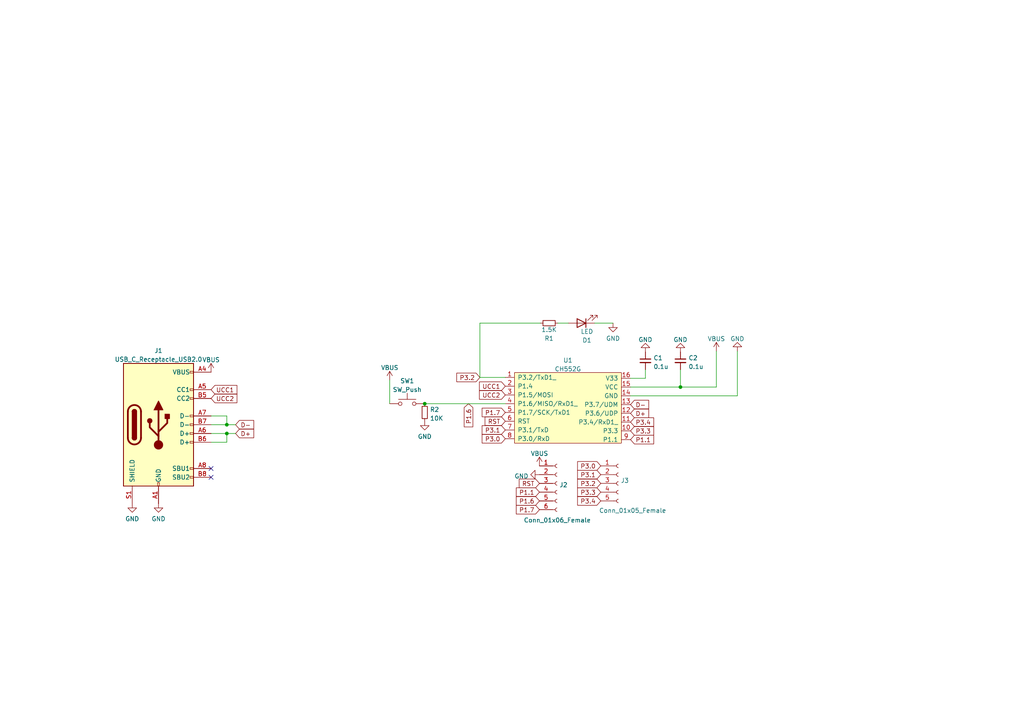
<source format=kicad_sch>
(kicad_sch (version 20211123) (generator eeschema)

  (uuid e63e39d7-6ac0-4ffd-8aa3-1841a4541b55)

  (paper "A4")

  (lib_symbols
    (symbol "CH55X:CH552G" (pin_names (offset 1.016)) (in_bom yes) (on_board yes)
      (property "Reference" "U" (id 0) (at 0 -1.27 0)
        (effects (font (size 1.27 1.27)))
      )
      (property "Value" "CH552G" (id 1) (at -5.08 -1.27 0)
        (effects (font (size 1.27 1.27)))
      )
      (property "Footprint" "Package_SO:SOIC-16_4.55x10.3mm_P1.27mm" (id 2) (at 0 -1.27 0)
        (effects (font (size 1.27 1.27)) hide)
      )
      (property "Datasheet" "" (id 3) (at 0 -1.27 0)
        (effects (font (size 1.27 1.27)) hide)
      )
      (symbol "CH552G_0_1"
        (rectangle (start -4.953 20.447) (end 26.035 0)
          (stroke (width 0) (type default) (color 0 0 0 0))
          (fill (type background))
        )
      )
      (symbol "CH552G_1_1"
        (pin bidirectional line (at -7.62 19.05 0) (length 2.54)
          (name "P3.2/TxD1_" (effects (font (size 1.27 1.27))))
          (number "1" (effects (font (size 1.27 1.27))))
        )
        (pin bidirectional line (at 28.702 3.556 180) (length 2.54)
          (name "P3.3" (effects (font (size 1.27 1.27))))
          (number "10" (effects (font (size 1.27 1.27))))
        )
        (pin bidirectional line (at 28.702 6.096 180) (length 2.54)
          (name "P3.4/RxD1_" (effects (font (size 1.27 1.27))))
          (number "11" (effects (font (size 1.27 1.27))))
        )
        (pin input line (at 28.702 8.636 180) (length 2.54)
          (name "P3.6/UDP" (effects (font (size 1.27 1.27))))
          (number "12" (effects (font (size 1.27 1.27))))
        )
        (pin input line (at 28.702 11.176 180) (length 2.54)
          (name "P3.7/UDM" (effects (font (size 1.27 1.27))))
          (number "13" (effects (font (size 1.27 1.27))))
        )
        (pin power_out line (at 28.702 13.716 180) (length 2.54)
          (name "GND" (effects (font (size 1.27 1.27))))
          (number "14" (effects (font (size 1.27 1.27))))
        )
        (pin power_in line (at 28.702 16.256 180) (length 2.54)
          (name "VCC" (effects (font (size 1.27 1.27))))
          (number "15" (effects (font (size 1.27 1.27))))
        )
        (pin power_in line (at 28.702 18.796 180) (length 2.54)
          (name "V33" (effects (font (size 1.27 1.27))))
          (number "16" (effects (font (size 1.27 1.27))))
        )
        (pin bidirectional line (at -7.62 16.51 0) (length 2.54)
          (name "P1.4" (effects (font (size 1.27 1.27))))
          (number "2" (effects (font (size 1.27 1.27))))
        )
        (pin bidirectional line (at -7.62 13.97 0) (length 2.54)
          (name "P1.5/MOSI" (effects (font (size 1.27 1.27))))
          (number "3" (effects (font (size 1.27 1.27))))
        )
        (pin bidirectional line (at -7.62 11.43 0) (length 2.54)
          (name "P1.6/MISO/RxD1_" (effects (font (size 1.27 1.27))))
          (number "4" (effects (font (size 1.27 1.27))))
        )
        (pin bidirectional line (at -7.62 8.89 0) (length 2.54)
          (name "P1.7/SCK/TxD1" (effects (font (size 1.27 1.27))))
          (number "5" (effects (font (size 1.27 1.27))))
        )
        (pin input line (at -7.62 6.35 0) (length 2.54)
          (name "RST" (effects (font (size 1.27 1.27))))
          (number "6" (effects (font (size 1.27 1.27))))
        )
        (pin bidirectional line (at -7.62 3.81 0) (length 2.54)
          (name "P3.1/TxD" (effects (font (size 1.27 1.27))))
          (number "7" (effects (font (size 1.27 1.27))))
        )
        (pin bidirectional line (at -7.62 1.27 0) (length 2.54)
          (name "P3.0/RxD" (effects (font (size 1.27 1.27))))
          (number "8" (effects (font (size 1.27 1.27))))
        )
        (pin bidirectional line (at 28.702 1.016 180) (length 2.54)
          (name "P1.1" (effects (font (size 1.27 1.27))))
          (number "9" (effects (font (size 1.27 1.27))))
        )
      )
    )
    (symbol "Connector:Conn_01x05_Female" (pin_names (offset 1.016) hide) (in_bom yes) (on_board yes)
      (property "Reference" "J" (id 0) (at 0 7.62 0)
        (effects (font (size 1.27 1.27)))
      )
      (property "Value" "Conn_01x05_Female" (id 1) (at 0 -7.62 0)
        (effects (font (size 1.27 1.27)))
      )
      (property "Footprint" "" (id 2) (at 0 0 0)
        (effects (font (size 1.27 1.27)) hide)
      )
      (property "Datasheet" "~" (id 3) (at 0 0 0)
        (effects (font (size 1.27 1.27)) hide)
      )
      (property "ki_keywords" "connector" (id 4) (at 0 0 0)
        (effects (font (size 1.27 1.27)) hide)
      )
      (property "ki_description" "Generic connector, single row, 01x05, script generated (kicad-library-utils/schlib/autogen/connector/)" (id 5) (at 0 0 0)
        (effects (font (size 1.27 1.27)) hide)
      )
      (property "ki_fp_filters" "Connector*:*_1x??_*" (id 6) (at 0 0 0)
        (effects (font (size 1.27 1.27)) hide)
      )
      (symbol "Conn_01x05_Female_1_1"
        (arc (start 0 -4.572) (mid -0.508 -5.08) (end 0 -5.588)
          (stroke (width 0.1524) (type default) (color 0 0 0 0))
          (fill (type none))
        )
        (arc (start 0 -2.032) (mid -0.508 -2.54) (end 0 -3.048)
          (stroke (width 0.1524) (type default) (color 0 0 0 0))
          (fill (type none))
        )
        (polyline
          (pts
            (xy -1.27 -5.08)
            (xy -0.508 -5.08)
          )
          (stroke (width 0.1524) (type default) (color 0 0 0 0))
          (fill (type none))
        )
        (polyline
          (pts
            (xy -1.27 -2.54)
            (xy -0.508 -2.54)
          )
          (stroke (width 0.1524) (type default) (color 0 0 0 0))
          (fill (type none))
        )
        (polyline
          (pts
            (xy -1.27 0)
            (xy -0.508 0)
          )
          (stroke (width 0.1524) (type default) (color 0 0 0 0))
          (fill (type none))
        )
        (polyline
          (pts
            (xy -1.27 2.54)
            (xy -0.508 2.54)
          )
          (stroke (width 0.1524) (type default) (color 0 0 0 0))
          (fill (type none))
        )
        (polyline
          (pts
            (xy -1.27 5.08)
            (xy -0.508 5.08)
          )
          (stroke (width 0.1524) (type default) (color 0 0 0 0))
          (fill (type none))
        )
        (arc (start 0 0.508) (mid -0.508 0) (end 0 -0.508)
          (stroke (width 0.1524) (type default) (color 0 0 0 0))
          (fill (type none))
        )
        (arc (start 0 3.048) (mid -0.508 2.54) (end 0 2.032)
          (stroke (width 0.1524) (type default) (color 0 0 0 0))
          (fill (type none))
        )
        (arc (start 0 5.588) (mid -0.508 5.08) (end 0 4.572)
          (stroke (width 0.1524) (type default) (color 0 0 0 0))
          (fill (type none))
        )
        (pin passive line (at -5.08 5.08 0) (length 3.81)
          (name "Pin_1" (effects (font (size 1.27 1.27))))
          (number "1" (effects (font (size 1.27 1.27))))
        )
        (pin passive line (at -5.08 2.54 0) (length 3.81)
          (name "Pin_2" (effects (font (size 1.27 1.27))))
          (number "2" (effects (font (size 1.27 1.27))))
        )
        (pin passive line (at -5.08 0 0) (length 3.81)
          (name "Pin_3" (effects (font (size 1.27 1.27))))
          (number "3" (effects (font (size 1.27 1.27))))
        )
        (pin passive line (at -5.08 -2.54 0) (length 3.81)
          (name "Pin_4" (effects (font (size 1.27 1.27))))
          (number "4" (effects (font (size 1.27 1.27))))
        )
        (pin passive line (at -5.08 -5.08 0) (length 3.81)
          (name "Pin_5" (effects (font (size 1.27 1.27))))
          (number "5" (effects (font (size 1.27 1.27))))
        )
      )
    )
    (symbol "Connector:Conn_01x06_Female" (pin_names (offset 1.016) hide) (in_bom yes) (on_board yes)
      (property "Reference" "J" (id 0) (at 0 7.62 0)
        (effects (font (size 1.27 1.27)))
      )
      (property "Value" "Conn_01x06_Female" (id 1) (at 0 -10.16 0)
        (effects (font (size 1.27 1.27)))
      )
      (property "Footprint" "" (id 2) (at 0 0 0)
        (effects (font (size 1.27 1.27)) hide)
      )
      (property "Datasheet" "~" (id 3) (at 0 0 0)
        (effects (font (size 1.27 1.27)) hide)
      )
      (property "ki_keywords" "connector" (id 4) (at 0 0 0)
        (effects (font (size 1.27 1.27)) hide)
      )
      (property "ki_description" "Generic connector, single row, 01x06, script generated (kicad-library-utils/schlib/autogen/connector/)" (id 5) (at 0 0 0)
        (effects (font (size 1.27 1.27)) hide)
      )
      (property "ki_fp_filters" "Connector*:*_1x??_*" (id 6) (at 0 0 0)
        (effects (font (size 1.27 1.27)) hide)
      )
      (symbol "Conn_01x06_Female_1_1"
        (arc (start 0 -7.112) (mid -0.508 -7.62) (end 0 -8.128)
          (stroke (width 0.1524) (type default) (color 0 0 0 0))
          (fill (type none))
        )
        (arc (start 0 -4.572) (mid -0.508 -5.08) (end 0 -5.588)
          (stroke (width 0.1524) (type default) (color 0 0 0 0))
          (fill (type none))
        )
        (arc (start 0 -2.032) (mid -0.508 -2.54) (end 0 -3.048)
          (stroke (width 0.1524) (type default) (color 0 0 0 0))
          (fill (type none))
        )
        (polyline
          (pts
            (xy -1.27 -7.62)
            (xy -0.508 -7.62)
          )
          (stroke (width 0.1524) (type default) (color 0 0 0 0))
          (fill (type none))
        )
        (polyline
          (pts
            (xy -1.27 -5.08)
            (xy -0.508 -5.08)
          )
          (stroke (width 0.1524) (type default) (color 0 0 0 0))
          (fill (type none))
        )
        (polyline
          (pts
            (xy -1.27 -2.54)
            (xy -0.508 -2.54)
          )
          (stroke (width 0.1524) (type default) (color 0 0 0 0))
          (fill (type none))
        )
        (polyline
          (pts
            (xy -1.27 0)
            (xy -0.508 0)
          )
          (stroke (width 0.1524) (type default) (color 0 0 0 0))
          (fill (type none))
        )
        (polyline
          (pts
            (xy -1.27 2.54)
            (xy -0.508 2.54)
          )
          (stroke (width 0.1524) (type default) (color 0 0 0 0))
          (fill (type none))
        )
        (polyline
          (pts
            (xy -1.27 5.08)
            (xy -0.508 5.08)
          )
          (stroke (width 0.1524) (type default) (color 0 0 0 0))
          (fill (type none))
        )
        (arc (start 0 0.508) (mid -0.508 0) (end 0 -0.508)
          (stroke (width 0.1524) (type default) (color 0 0 0 0))
          (fill (type none))
        )
        (arc (start 0 3.048) (mid -0.508 2.54) (end 0 2.032)
          (stroke (width 0.1524) (type default) (color 0 0 0 0))
          (fill (type none))
        )
        (arc (start 0 5.588) (mid -0.508 5.08) (end 0 4.572)
          (stroke (width 0.1524) (type default) (color 0 0 0 0))
          (fill (type none))
        )
        (pin passive line (at -5.08 5.08 0) (length 3.81)
          (name "Pin_1" (effects (font (size 1.27 1.27))))
          (number "1" (effects (font (size 1.27 1.27))))
        )
        (pin passive line (at -5.08 2.54 0) (length 3.81)
          (name "Pin_2" (effects (font (size 1.27 1.27))))
          (number "2" (effects (font (size 1.27 1.27))))
        )
        (pin passive line (at -5.08 0 0) (length 3.81)
          (name "Pin_3" (effects (font (size 1.27 1.27))))
          (number "3" (effects (font (size 1.27 1.27))))
        )
        (pin passive line (at -5.08 -2.54 0) (length 3.81)
          (name "Pin_4" (effects (font (size 1.27 1.27))))
          (number "4" (effects (font (size 1.27 1.27))))
        )
        (pin passive line (at -5.08 -5.08 0) (length 3.81)
          (name "Pin_5" (effects (font (size 1.27 1.27))))
          (number "5" (effects (font (size 1.27 1.27))))
        )
        (pin passive line (at -5.08 -7.62 0) (length 3.81)
          (name "Pin_6" (effects (font (size 1.27 1.27))))
          (number "6" (effects (font (size 1.27 1.27))))
        )
      )
    )
    (symbol "Connector:USB_C_Receptacle_USB2.0" (pin_names (offset 1.016)) (in_bom yes) (on_board yes)
      (property "Reference" "J" (id 0) (at -10.16 19.05 0)
        (effects (font (size 1.27 1.27)) (justify left))
      )
      (property "Value" "USB_C_Receptacle_USB2.0" (id 1) (at 19.05 19.05 0)
        (effects (font (size 1.27 1.27)) (justify right))
      )
      (property "Footprint" "" (id 2) (at 3.81 0 0)
        (effects (font (size 1.27 1.27)) hide)
      )
      (property "Datasheet" "https://www.usb.org/sites/default/files/documents/usb_type-c.zip" (id 3) (at 3.81 0 0)
        (effects (font (size 1.27 1.27)) hide)
      )
      (property "ki_keywords" "usb universal serial bus type-C USB2.0" (id 4) (at 0 0 0)
        (effects (font (size 1.27 1.27)) hide)
      )
      (property "ki_description" "USB 2.0-only Type-C Receptacle connector" (id 5) (at 0 0 0)
        (effects (font (size 1.27 1.27)) hide)
      )
      (property "ki_fp_filters" "USB*C*Receptacle*" (id 6) (at 0 0 0)
        (effects (font (size 1.27 1.27)) hide)
      )
      (symbol "USB_C_Receptacle_USB2.0_0_0"
        (rectangle (start -0.254 -17.78) (end 0.254 -16.764)
          (stroke (width 0) (type default) (color 0 0 0 0))
          (fill (type none))
        )
        (rectangle (start 10.16 -14.986) (end 9.144 -15.494)
          (stroke (width 0) (type default) (color 0 0 0 0))
          (fill (type none))
        )
        (rectangle (start 10.16 -12.446) (end 9.144 -12.954)
          (stroke (width 0) (type default) (color 0 0 0 0))
          (fill (type none))
        )
        (rectangle (start 10.16 -4.826) (end 9.144 -5.334)
          (stroke (width 0) (type default) (color 0 0 0 0))
          (fill (type none))
        )
        (rectangle (start 10.16 -2.286) (end 9.144 -2.794)
          (stroke (width 0) (type default) (color 0 0 0 0))
          (fill (type none))
        )
        (rectangle (start 10.16 0.254) (end 9.144 -0.254)
          (stroke (width 0) (type default) (color 0 0 0 0))
          (fill (type none))
        )
        (rectangle (start 10.16 2.794) (end 9.144 2.286)
          (stroke (width 0) (type default) (color 0 0 0 0))
          (fill (type none))
        )
        (rectangle (start 10.16 7.874) (end 9.144 7.366)
          (stroke (width 0) (type default) (color 0 0 0 0))
          (fill (type none))
        )
        (rectangle (start 10.16 10.414) (end 9.144 9.906)
          (stroke (width 0) (type default) (color 0 0 0 0))
          (fill (type none))
        )
        (rectangle (start 10.16 15.494) (end 9.144 14.986)
          (stroke (width 0) (type default) (color 0 0 0 0))
          (fill (type none))
        )
      )
      (symbol "USB_C_Receptacle_USB2.0_0_1"
        (rectangle (start -10.16 17.78) (end 10.16 -17.78)
          (stroke (width 0.254) (type default) (color 0 0 0 0))
          (fill (type background))
        )
        (arc (start -8.89 -3.81) (mid -6.985 -5.715) (end -5.08 -3.81)
          (stroke (width 0.508) (type default) (color 0 0 0 0))
          (fill (type none))
        )
        (arc (start -7.62 -3.81) (mid -6.985 -4.445) (end -6.35 -3.81)
          (stroke (width 0.254) (type default) (color 0 0 0 0))
          (fill (type none))
        )
        (arc (start -7.62 -3.81) (mid -6.985 -4.445) (end -6.35 -3.81)
          (stroke (width 0.254) (type default) (color 0 0 0 0))
          (fill (type outline))
        )
        (rectangle (start -7.62 -3.81) (end -6.35 3.81)
          (stroke (width 0.254) (type default) (color 0 0 0 0))
          (fill (type outline))
        )
        (arc (start -6.35 3.81) (mid -6.985 4.445) (end -7.62 3.81)
          (stroke (width 0.254) (type default) (color 0 0 0 0))
          (fill (type none))
        )
        (arc (start -6.35 3.81) (mid -6.985 4.445) (end -7.62 3.81)
          (stroke (width 0.254) (type default) (color 0 0 0 0))
          (fill (type outline))
        )
        (arc (start -5.08 3.81) (mid -6.985 5.715) (end -8.89 3.81)
          (stroke (width 0.508) (type default) (color 0 0 0 0))
          (fill (type none))
        )
        (circle (center -2.54 1.143) (radius 0.635)
          (stroke (width 0.254) (type default) (color 0 0 0 0))
          (fill (type outline))
        )
        (circle (center 0 -5.842) (radius 1.27)
          (stroke (width 0) (type default) (color 0 0 0 0))
          (fill (type outline))
        )
        (polyline
          (pts
            (xy -8.89 -3.81)
            (xy -8.89 3.81)
          )
          (stroke (width 0.508) (type default) (color 0 0 0 0))
          (fill (type none))
        )
        (polyline
          (pts
            (xy -5.08 3.81)
            (xy -5.08 -3.81)
          )
          (stroke (width 0.508) (type default) (color 0 0 0 0))
          (fill (type none))
        )
        (polyline
          (pts
            (xy 0 -5.842)
            (xy 0 4.318)
          )
          (stroke (width 0.508) (type default) (color 0 0 0 0))
          (fill (type none))
        )
        (polyline
          (pts
            (xy 0 -3.302)
            (xy -2.54 -0.762)
            (xy -2.54 0.508)
          )
          (stroke (width 0.508) (type default) (color 0 0 0 0))
          (fill (type none))
        )
        (polyline
          (pts
            (xy 0 -2.032)
            (xy 2.54 0.508)
            (xy 2.54 1.778)
          )
          (stroke (width 0.508) (type default) (color 0 0 0 0))
          (fill (type none))
        )
        (polyline
          (pts
            (xy -1.27 4.318)
            (xy 0 6.858)
            (xy 1.27 4.318)
            (xy -1.27 4.318)
          )
          (stroke (width 0.254) (type default) (color 0 0 0 0))
          (fill (type outline))
        )
        (rectangle (start 1.905 1.778) (end 3.175 3.048)
          (stroke (width 0.254) (type default) (color 0 0 0 0))
          (fill (type outline))
        )
      )
      (symbol "USB_C_Receptacle_USB2.0_1_1"
        (pin passive line (at 0 -22.86 90) (length 5.08)
          (name "GND" (effects (font (size 1.27 1.27))))
          (number "A1" (effects (font (size 1.27 1.27))))
        )
        (pin passive line (at 0 -22.86 90) (length 5.08) hide
          (name "GND" (effects (font (size 1.27 1.27))))
          (number "A12" (effects (font (size 1.27 1.27))))
        )
        (pin passive line (at 15.24 15.24 180) (length 5.08)
          (name "VBUS" (effects (font (size 1.27 1.27))))
          (number "A4" (effects (font (size 1.27 1.27))))
        )
        (pin bidirectional line (at 15.24 10.16 180) (length 5.08)
          (name "CC1" (effects (font (size 1.27 1.27))))
          (number "A5" (effects (font (size 1.27 1.27))))
        )
        (pin bidirectional line (at 15.24 -2.54 180) (length 5.08)
          (name "D+" (effects (font (size 1.27 1.27))))
          (number "A6" (effects (font (size 1.27 1.27))))
        )
        (pin bidirectional line (at 15.24 2.54 180) (length 5.08)
          (name "D-" (effects (font (size 1.27 1.27))))
          (number "A7" (effects (font (size 1.27 1.27))))
        )
        (pin bidirectional line (at 15.24 -12.7 180) (length 5.08)
          (name "SBU1" (effects (font (size 1.27 1.27))))
          (number "A8" (effects (font (size 1.27 1.27))))
        )
        (pin passive line (at 15.24 15.24 180) (length 5.08) hide
          (name "VBUS" (effects (font (size 1.27 1.27))))
          (number "A9" (effects (font (size 1.27 1.27))))
        )
        (pin passive line (at 0 -22.86 90) (length 5.08) hide
          (name "GND" (effects (font (size 1.27 1.27))))
          (number "B1" (effects (font (size 1.27 1.27))))
        )
        (pin passive line (at 0 -22.86 90) (length 5.08) hide
          (name "GND" (effects (font (size 1.27 1.27))))
          (number "B12" (effects (font (size 1.27 1.27))))
        )
        (pin passive line (at 15.24 15.24 180) (length 5.08) hide
          (name "VBUS" (effects (font (size 1.27 1.27))))
          (number "B4" (effects (font (size 1.27 1.27))))
        )
        (pin bidirectional line (at 15.24 7.62 180) (length 5.08)
          (name "CC2" (effects (font (size 1.27 1.27))))
          (number "B5" (effects (font (size 1.27 1.27))))
        )
        (pin bidirectional line (at 15.24 -5.08 180) (length 5.08)
          (name "D+" (effects (font (size 1.27 1.27))))
          (number "B6" (effects (font (size 1.27 1.27))))
        )
        (pin bidirectional line (at 15.24 0 180) (length 5.08)
          (name "D-" (effects (font (size 1.27 1.27))))
          (number "B7" (effects (font (size 1.27 1.27))))
        )
        (pin bidirectional line (at 15.24 -15.24 180) (length 5.08)
          (name "SBU2" (effects (font (size 1.27 1.27))))
          (number "B8" (effects (font (size 1.27 1.27))))
        )
        (pin passive line (at 15.24 15.24 180) (length 5.08) hide
          (name "VBUS" (effects (font (size 1.27 1.27))))
          (number "B9" (effects (font (size 1.27 1.27))))
        )
        (pin passive line (at -7.62 -22.86 90) (length 5.08)
          (name "SHIELD" (effects (font (size 1.27 1.27))))
          (number "S1" (effects (font (size 1.27 1.27))))
        )
      )
    )
    (symbol "Device:C_Small" (pin_numbers hide) (pin_names (offset 0.254) hide) (in_bom yes) (on_board yes)
      (property "Reference" "C" (id 0) (at 0.254 1.778 0)
        (effects (font (size 1.27 1.27)) (justify left))
      )
      (property "Value" "C_Small" (id 1) (at 0.254 -2.032 0)
        (effects (font (size 1.27 1.27)) (justify left))
      )
      (property "Footprint" "" (id 2) (at 0 0 0)
        (effects (font (size 1.27 1.27)) hide)
      )
      (property "Datasheet" "~" (id 3) (at 0 0 0)
        (effects (font (size 1.27 1.27)) hide)
      )
      (property "ki_keywords" "capacitor cap" (id 4) (at 0 0 0)
        (effects (font (size 1.27 1.27)) hide)
      )
      (property "ki_description" "Unpolarized capacitor, small symbol" (id 5) (at 0 0 0)
        (effects (font (size 1.27 1.27)) hide)
      )
      (property "ki_fp_filters" "C_*" (id 6) (at 0 0 0)
        (effects (font (size 1.27 1.27)) hide)
      )
      (symbol "C_Small_0_1"
        (polyline
          (pts
            (xy -1.524 -0.508)
            (xy 1.524 -0.508)
          )
          (stroke (width 0.3302) (type default) (color 0 0 0 0))
          (fill (type none))
        )
        (polyline
          (pts
            (xy -1.524 0.508)
            (xy 1.524 0.508)
          )
          (stroke (width 0.3048) (type default) (color 0 0 0 0))
          (fill (type none))
        )
      )
      (symbol "C_Small_1_1"
        (pin passive line (at 0 2.54 270) (length 2.032)
          (name "~" (effects (font (size 1.27 1.27))))
          (number "1" (effects (font (size 1.27 1.27))))
        )
        (pin passive line (at 0 -2.54 90) (length 2.032)
          (name "~" (effects (font (size 1.27 1.27))))
          (number "2" (effects (font (size 1.27 1.27))))
        )
      )
    )
    (symbol "Device:LED" (pin_numbers hide) (pin_names (offset 1.016) hide) (in_bom yes) (on_board yes)
      (property "Reference" "D" (id 0) (at 0 2.54 0)
        (effects (font (size 1.27 1.27)))
      )
      (property "Value" "LED" (id 1) (at 0 -2.54 0)
        (effects (font (size 1.27 1.27)))
      )
      (property "Footprint" "" (id 2) (at 0 0 0)
        (effects (font (size 1.27 1.27)) hide)
      )
      (property "Datasheet" "~" (id 3) (at 0 0 0)
        (effects (font (size 1.27 1.27)) hide)
      )
      (property "ki_keywords" "LED diode" (id 4) (at 0 0 0)
        (effects (font (size 1.27 1.27)) hide)
      )
      (property "ki_description" "Light emitting diode" (id 5) (at 0 0 0)
        (effects (font (size 1.27 1.27)) hide)
      )
      (property "ki_fp_filters" "LED* LED_SMD:* LED_THT:*" (id 6) (at 0 0 0)
        (effects (font (size 1.27 1.27)) hide)
      )
      (symbol "LED_0_1"
        (polyline
          (pts
            (xy -1.27 -1.27)
            (xy -1.27 1.27)
          )
          (stroke (width 0.254) (type default) (color 0 0 0 0))
          (fill (type none))
        )
        (polyline
          (pts
            (xy -1.27 0)
            (xy 1.27 0)
          )
          (stroke (width 0) (type default) (color 0 0 0 0))
          (fill (type none))
        )
        (polyline
          (pts
            (xy 1.27 -1.27)
            (xy 1.27 1.27)
            (xy -1.27 0)
            (xy 1.27 -1.27)
          )
          (stroke (width 0.254) (type default) (color 0 0 0 0))
          (fill (type none))
        )
        (polyline
          (pts
            (xy -3.048 -0.762)
            (xy -4.572 -2.286)
            (xy -3.81 -2.286)
            (xy -4.572 -2.286)
            (xy -4.572 -1.524)
          )
          (stroke (width 0) (type default) (color 0 0 0 0))
          (fill (type none))
        )
        (polyline
          (pts
            (xy -1.778 -0.762)
            (xy -3.302 -2.286)
            (xy -2.54 -2.286)
            (xy -3.302 -2.286)
            (xy -3.302 -1.524)
          )
          (stroke (width 0) (type default) (color 0 0 0 0))
          (fill (type none))
        )
      )
      (symbol "LED_1_1"
        (pin passive line (at -3.81 0 0) (length 2.54)
          (name "K" (effects (font (size 1.27 1.27))))
          (number "1" (effects (font (size 1.27 1.27))))
        )
        (pin passive line (at 3.81 0 180) (length 2.54)
          (name "A" (effects (font (size 1.27 1.27))))
          (number "2" (effects (font (size 1.27 1.27))))
        )
      )
    )
    (symbol "Device:R_Small" (pin_numbers hide) (pin_names (offset 0.254) hide) (in_bom yes) (on_board yes)
      (property "Reference" "R" (id 0) (at 0.762 0.508 0)
        (effects (font (size 1.27 1.27)) (justify left))
      )
      (property "Value" "R_Small" (id 1) (at 0.762 -1.016 0)
        (effects (font (size 1.27 1.27)) (justify left))
      )
      (property "Footprint" "" (id 2) (at 0 0 0)
        (effects (font (size 1.27 1.27)) hide)
      )
      (property "Datasheet" "~" (id 3) (at 0 0 0)
        (effects (font (size 1.27 1.27)) hide)
      )
      (property "ki_keywords" "R resistor" (id 4) (at 0 0 0)
        (effects (font (size 1.27 1.27)) hide)
      )
      (property "ki_description" "Resistor, small symbol" (id 5) (at 0 0 0)
        (effects (font (size 1.27 1.27)) hide)
      )
      (property "ki_fp_filters" "R_*" (id 6) (at 0 0 0)
        (effects (font (size 1.27 1.27)) hide)
      )
      (symbol "R_Small_0_1"
        (rectangle (start -0.762 1.778) (end 0.762 -1.778)
          (stroke (width 0.2032) (type default) (color 0 0 0 0))
          (fill (type none))
        )
      )
      (symbol "R_Small_1_1"
        (pin passive line (at 0 2.54 270) (length 0.762)
          (name "~" (effects (font (size 1.27 1.27))))
          (number "1" (effects (font (size 1.27 1.27))))
        )
        (pin passive line (at 0 -2.54 90) (length 0.762)
          (name "~" (effects (font (size 1.27 1.27))))
          (number "2" (effects (font (size 1.27 1.27))))
        )
      )
    )
    (symbol "Switch:SW_Push" (pin_numbers hide) (pin_names (offset 1.016) hide) (in_bom yes) (on_board yes)
      (property "Reference" "SW" (id 0) (at 1.27 2.54 0)
        (effects (font (size 1.27 1.27)) (justify left))
      )
      (property "Value" "SW_Push" (id 1) (at 0 -1.524 0)
        (effects (font (size 1.27 1.27)))
      )
      (property "Footprint" "" (id 2) (at 0 5.08 0)
        (effects (font (size 1.27 1.27)) hide)
      )
      (property "Datasheet" "~" (id 3) (at 0 5.08 0)
        (effects (font (size 1.27 1.27)) hide)
      )
      (property "ki_keywords" "switch normally-open pushbutton push-button" (id 4) (at 0 0 0)
        (effects (font (size 1.27 1.27)) hide)
      )
      (property "ki_description" "Push button switch, generic, two pins" (id 5) (at 0 0 0)
        (effects (font (size 1.27 1.27)) hide)
      )
      (symbol "SW_Push_0_1"
        (circle (center -2.032 0) (radius 0.508)
          (stroke (width 0) (type default) (color 0 0 0 0))
          (fill (type none))
        )
        (polyline
          (pts
            (xy 0 1.27)
            (xy 0 3.048)
          )
          (stroke (width 0) (type default) (color 0 0 0 0))
          (fill (type none))
        )
        (polyline
          (pts
            (xy 2.54 1.27)
            (xy -2.54 1.27)
          )
          (stroke (width 0) (type default) (color 0 0 0 0))
          (fill (type none))
        )
        (circle (center 2.032 0) (radius 0.508)
          (stroke (width 0) (type default) (color 0 0 0 0))
          (fill (type none))
        )
        (pin passive line (at -5.08 0 0) (length 2.54)
          (name "1" (effects (font (size 1.27 1.27))))
          (number "1" (effects (font (size 1.27 1.27))))
        )
        (pin passive line (at 5.08 0 180) (length 2.54)
          (name "2" (effects (font (size 1.27 1.27))))
          (number "2" (effects (font (size 1.27 1.27))))
        )
      )
    )
    (symbol "power:GND" (power) (pin_names (offset 0)) (in_bom yes) (on_board yes)
      (property "Reference" "#PWR" (id 0) (at 0 -6.35 0)
        (effects (font (size 1.27 1.27)) hide)
      )
      (property "Value" "GND" (id 1) (at 0 -3.81 0)
        (effects (font (size 1.27 1.27)))
      )
      (property "Footprint" "" (id 2) (at 0 0 0)
        (effects (font (size 1.27 1.27)) hide)
      )
      (property "Datasheet" "" (id 3) (at 0 0 0)
        (effects (font (size 1.27 1.27)) hide)
      )
      (property "ki_keywords" "power-flag" (id 4) (at 0 0 0)
        (effects (font (size 1.27 1.27)) hide)
      )
      (property "ki_description" "Power symbol creates a global label with name \"GND\" , ground" (id 5) (at 0 0 0)
        (effects (font (size 1.27 1.27)) hide)
      )
      (symbol "GND_0_1"
        (polyline
          (pts
            (xy 0 0)
            (xy 0 -1.27)
            (xy 1.27 -1.27)
            (xy 0 -2.54)
            (xy -1.27 -1.27)
            (xy 0 -1.27)
          )
          (stroke (width 0) (type default) (color 0 0 0 0))
          (fill (type none))
        )
      )
      (symbol "GND_1_1"
        (pin power_in line (at 0 0 270) (length 0) hide
          (name "GND" (effects (font (size 1.27 1.27))))
          (number "1" (effects (font (size 1.27 1.27))))
        )
      )
    )
    (symbol "power:VBUS" (power) (pin_names (offset 0)) (in_bom yes) (on_board yes)
      (property "Reference" "#PWR" (id 0) (at 0 -3.81 0)
        (effects (font (size 1.27 1.27)) hide)
      )
      (property "Value" "VBUS" (id 1) (at 0 3.81 0)
        (effects (font (size 1.27 1.27)))
      )
      (property "Footprint" "" (id 2) (at 0 0 0)
        (effects (font (size 1.27 1.27)) hide)
      )
      (property "Datasheet" "" (id 3) (at 0 0 0)
        (effects (font (size 1.27 1.27)) hide)
      )
      (property "ki_keywords" "power-flag" (id 4) (at 0 0 0)
        (effects (font (size 1.27 1.27)) hide)
      )
      (property "ki_description" "Power symbol creates a global label with name \"VBUS\"" (id 5) (at 0 0 0)
        (effects (font (size 1.27 1.27)) hide)
      )
      (symbol "VBUS_0_1"
        (polyline
          (pts
            (xy -0.762 1.27)
            (xy 0 2.54)
          )
          (stroke (width 0) (type default) (color 0 0 0 0))
          (fill (type none))
        )
        (polyline
          (pts
            (xy 0 0)
            (xy 0 2.54)
          )
          (stroke (width 0) (type default) (color 0 0 0 0))
          (fill (type none))
        )
        (polyline
          (pts
            (xy 0 2.54)
            (xy 0.762 1.27)
          )
          (stroke (width 0) (type default) (color 0 0 0 0))
          (fill (type none))
        )
      )
      (symbol "VBUS_1_1"
        (pin power_in line (at 0 0 90) (length 0) hide
          (name "VBUS" (effects (font (size 1.27 1.27))))
          (number "1" (effects (font (size 1.27 1.27))))
        )
      )
    )
  )

  (junction (at 65.786 125.73) (diameter 0) (color 0 0 0 0)
    (uuid 4568e13e-5c1d-4dc7-8373-39424199d140)
  )
  (junction (at 65.786 123.19) (diameter 0) (color 0 0 0 0)
    (uuid 4ddfdad2-1ae1-4f1f-9c9d-33e8959546c3)
  )
  (junction (at 197.358 112.268) (diameter 0) (color 0 0 0 0)
    (uuid 9bec61c7-31a2-4ed5-8d2e-20181c6d9bed)
  )
  (junction (at 123.19 117.094) (diameter 0) (color 0 0 0 0)
    (uuid bdaf7788-1a0d-4375-923d-94d3c1ba0e7d)
  )

  (no_connect (at 61.214 135.89) (uuid 49ea71ac-27a5-4f61-89c5-68ecf964b42c))
  (no_connect (at 61.214 138.43) (uuid 49ea71ac-27a5-4f61-89c5-68ecf964b42d))

  (wire (pts (xy 172.466 93.726) (xy 177.8 93.726))
    (stroke (width 0) (type default) (color 0 0 0 0))
    (uuid 0038a7b5-5473-431c-80f9-7a6718d2a3f2)
  )
  (wire (pts (xy 113.03 117.094) (xy 113.03 110.236))
    (stroke (width 0) (type default) (color 0 0 0 0))
    (uuid 12fb8428-e66b-4c8b-b974-242190356651)
  )
  (wire (pts (xy 139.192 93.726) (xy 156.718 93.726))
    (stroke (width 0) (type default) (color 0 0 0 0))
    (uuid 151a4c34-a0f1-4983-babd-274f3d063894)
  )
  (wire (pts (xy 182.88 109.728) (xy 187.198 109.728))
    (stroke (width 0) (type default) (color 0 0 0 0))
    (uuid 1e0a0065-beed-463f-bb78-b5a1896fd655)
  )
  (wire (pts (xy 197.358 112.268) (xy 197.358 107.188))
    (stroke (width 0) (type default) (color 0 0 0 0))
    (uuid 203a2e0b-2f58-43c1-a405-27b4b7a1ca2c)
  )
  (wire (pts (xy 182.88 114.808) (xy 213.868 114.808))
    (stroke (width 0) (type default) (color 0 0 0 0))
    (uuid 4f1c6052-283c-49ad-9827-3279aa1132cd)
  )
  (wire (pts (xy 182.88 112.268) (xy 197.358 112.268))
    (stroke (width 0) (type default) (color 0 0 0 0))
    (uuid 56f9979b-1057-4676-9b8a-f5de74224538)
  )
  (wire (pts (xy 213.868 101.854) (xy 213.868 114.808))
    (stroke (width 0) (type default) (color 0 0 0 0))
    (uuid 5b0ccca5-274b-4f4d-ae5b-c58b233a5087)
  )
  (wire (pts (xy 164.846 93.726) (xy 161.798 93.726))
    (stroke (width 0) (type default) (color 0 0 0 0))
    (uuid 5c2512db-953f-4069-8758-c8de6dbe1785)
  )
  (wire (pts (xy 146.558 109.474) (xy 139.192 109.474))
    (stroke (width 0) (type default) (color 0 0 0 0))
    (uuid 5dc865b4-f11b-423e-a635-a8bfc4e07bf7)
  )
  (wire (pts (xy 187.198 109.728) (xy 187.198 107.188))
    (stroke (width 0) (type default) (color 0 0 0 0))
    (uuid 6c5a7854-8a22-4701-97f2-29791ea2b552)
  )
  (wire (pts (xy 65.786 128.27) (xy 65.786 125.73))
    (stroke (width 0) (type default) (color 0 0 0 0))
    (uuid 7031160a-f774-48f2-b92e-549dee05f4c0)
  )
  (wire (pts (xy 65.786 123.19) (xy 68.326 123.19))
    (stroke (width 0) (type default) (color 0 0 0 0))
    (uuid 79cee1f4-99b6-4f9f-a4f8-af9eaa277802)
  )
  (wire (pts (xy 197.358 112.268) (xy 207.772 112.268))
    (stroke (width 0) (type default) (color 0 0 0 0))
    (uuid 80fe0c17-3e24-4ef9-8634-5ce2d117a9cb)
  )
  (wire (pts (xy 139.192 109.474) (xy 139.192 93.726))
    (stroke (width 0) (type default) (color 0 0 0 0))
    (uuid 81ddf23b-ba96-4bea-af3e-79d60a9359ac)
  )
  (wire (pts (xy 207.772 101.854) (xy 207.772 112.268))
    (stroke (width 0) (type default) (color 0 0 0 0))
    (uuid 94665ad7-fa80-4d20-b8d9-28563018034b)
  )
  (wire (pts (xy 65.786 120.65) (xy 65.786 123.19))
    (stroke (width 0) (type default) (color 0 0 0 0))
    (uuid 9ee6f19e-c2ad-43cc-826c-846fb114ae39)
  )
  (wire (pts (xy 61.214 125.73) (xy 65.786 125.73))
    (stroke (width 0) (type default) (color 0 0 0 0))
    (uuid a16bb685-5258-4317-94f7-49b1feaf56cf)
  )
  (wire (pts (xy 61.214 120.65) (xy 65.786 120.65))
    (stroke (width 0) (type default) (color 0 0 0 0))
    (uuid adc742d7-43c4-4bed-a5e9-cd8088b6bb5a)
  )
  (wire (pts (xy 61.214 128.27) (xy 65.786 128.27))
    (stroke (width 0) (type default) (color 0 0 0 0))
    (uuid bc7eed18-aa5c-40f7-a026-3ff07268c304)
  )
  (wire (pts (xy 65.786 125.73) (xy 68.326 125.73))
    (stroke (width 0) (type default) (color 0 0 0 0))
    (uuid c6821691-15b2-411a-89d9-c99e9af306c1)
  )
  (wire (pts (xy 123.19 117.094) (xy 146.558 117.094))
    (stroke (width 0) (type default) (color 0 0 0 0))
    (uuid cd3c3a3f-202f-4928-9b04-e222b3df9e20)
  )
  (wire (pts (xy 61.214 123.19) (xy 65.786 123.19))
    (stroke (width 0) (type default) (color 0 0 0 0))
    (uuid e8c9da34-ad0f-436a-b81c-93c9d191a1ad)
  )

  (global_label "P3.1" (shape input) (at 174.244 137.668 180) (fields_autoplaced)
    (effects (font (size 1.27 1.27)) (justify right))
    (uuid 12e2bcd5-591f-4b68-ae02-3ca130a53492)
    (property "Intersheet References" "${INTERSHEET_REFS}" (id 0) (at 167.5371 137.5886 0)
      (effects (font (size 1.27 1.27)) (justify right) hide)
    )
  )
  (global_label "P3.0" (shape input) (at 146.558 127.254 180) (fields_autoplaced)
    (effects (font (size 1.27 1.27)) (justify right))
    (uuid 2161566b-818d-4703-a15a-4184037106f2)
    (property "Intersheet References" "${INTERSHEET_REFS}" (id 0) (at 139.8511 127.1746 0)
      (effects (font (size 1.27 1.27)) (justify right) hide)
    )
  )
  (global_label "P3.3" (shape input) (at 182.88 124.968 0) (fields_autoplaced)
    (effects (font (size 1.27 1.27)) (justify left))
    (uuid 23dfe476-8a28-43aa-9258-7baef3dcc5bf)
    (property "Intersheet References" "${INTERSHEET_REFS}" (id 0) (at 189.5869 124.8886 0)
      (effects (font (size 1.27 1.27)) (justify left) hide)
    )
  )
  (global_label "UCC1" (shape input) (at 61.214 113.03 0) (fields_autoplaced)
    (effects (font (size 1.27 1.27)) (justify left))
    (uuid 2cadfc40-f19d-40d7-891b-b5451b59da76)
    (property "Intersheet References" "${INTERSHEET_REFS}" (id 0) (at 68.7071 112.9506 0)
      (effects (font (size 1.27 1.27)) (justify left) hide)
    )
  )
  (global_label "D+" (shape input) (at 182.88 119.888 0) (fields_autoplaced)
    (effects (font (size 1.27 1.27)) (justify left))
    (uuid 3005f35f-6b86-4de8-aa1f-496a6b9fa36f)
    (property "Intersheet References" "${INTERSHEET_REFS}" (id 0) (at 188.1355 119.8086 0)
      (effects (font (size 1.27 1.27)) (justify left) hide)
    )
  )
  (global_label "UCC2" (shape input) (at 146.558 114.554 180) (fields_autoplaced)
    (effects (font (size 1.27 1.27)) (justify right))
    (uuid 38dbdb2a-b08b-4bc6-8791-a42eccb6898f)
    (property "Intersheet References" "${INTERSHEET_REFS}" (id 0) (at 139.0649 114.4746 0)
      (effects (font (size 1.27 1.27)) (justify right) hide)
    )
  )
  (global_label "RST" (shape input) (at 146.558 122.174 180) (fields_autoplaced)
    (effects (font (size 1.27 1.27)) (justify right))
    (uuid 39b6d60a-31a9-4d7c-ac44-b08039071920)
    (property "Intersheet References" "${INTERSHEET_REFS}" (id 0) (at 140.6978 122.0946 0)
      (effects (font (size 1.27 1.27)) (justify right) hide)
    )
  )
  (global_label "P1.7" (shape input) (at 146.558 119.634 180) (fields_autoplaced)
    (effects (font (size 1.27 1.27)) (justify right))
    (uuid 425fbec9-9a15-4722-810a-859aefd5e00a)
    (property "Intersheet References" "${INTERSHEET_REFS}" (id 0) (at 139.8511 119.5546 0)
      (effects (font (size 1.27 1.27)) (justify right) hide)
    )
  )
  (global_label "P1.7" (shape input) (at 156.464 147.828 180) (fields_autoplaced)
    (effects (font (size 1.27 1.27)) (justify right))
    (uuid 45fbfec4-dae5-41f4-b400-e4ac6691c6dc)
    (property "Intersheet References" "${INTERSHEET_REFS}" (id 0) (at 149.7571 147.7486 0)
      (effects (font (size 1.27 1.27)) (justify right) hide)
    )
  )
  (global_label "P3.2" (shape input) (at 174.244 140.208 180) (fields_autoplaced)
    (effects (font (size 1.27 1.27)) (justify right))
    (uuid 4a87d1b1-d6c4-46ba-9bea-14b867d1f0b4)
    (property "Intersheet References" "${INTERSHEET_REFS}" (id 0) (at 167.5371 140.1286 0)
      (effects (font (size 1.27 1.27)) (justify right) hide)
    )
  )
  (global_label "D-" (shape input) (at 182.88 117.348 0) (fields_autoplaced)
    (effects (font (size 1.27 1.27)) (justify left))
    (uuid 4bd563f9-5f0b-4c0d-bc5f-4732ef41a7cf)
    (property "Intersheet References" "${INTERSHEET_REFS}" (id 0) (at 188.1355 117.2686 0)
      (effects (font (size 1.27 1.27)) (justify left) hide)
    )
  )
  (global_label "P3.2" (shape input) (at 139.192 109.474 180) (fields_autoplaced)
    (effects (font (size 1.27 1.27)) (justify right))
    (uuid 504bf0dd-6463-47b6-aa10-986b434965dc)
    (property "Intersheet References" "${INTERSHEET_REFS}" (id 0) (at 132.4851 109.3946 0)
      (effects (font (size 1.27 1.27)) (justify right) hide)
    )
  )
  (global_label "UCC1" (shape input) (at 146.558 112.014 180) (fields_autoplaced)
    (effects (font (size 1.27 1.27)) (justify right))
    (uuid 5e0cb0b2-1007-4c90-8834-5d4945a1d4c3)
    (property "Intersheet References" "${INTERSHEET_REFS}" (id 0) (at 139.0649 111.9346 0)
      (effects (font (size 1.27 1.27)) (justify right) hide)
    )
  )
  (global_label "D-" (shape input) (at 68.326 123.19 0) (fields_autoplaced)
    (effects (font (size 1.27 1.27)) (justify left))
    (uuid 6654f0be-c886-4f7d-a6e7-fe80e57dcfa9)
    (property "Intersheet References" "${INTERSHEET_REFS}" (id 0) (at 73.5815 123.1106 0)
      (effects (font (size 1.27 1.27)) (justify left) hide)
    )
  )
  (global_label "P3.4" (shape input) (at 182.88 122.428 0) (fields_autoplaced)
    (effects (font (size 1.27 1.27)) (justify left))
    (uuid 6d03034c-9f93-4fa5-a902-2013522777ea)
    (property "Intersheet References" "${INTERSHEET_REFS}" (id 0) (at 189.5869 122.3486 0)
      (effects (font (size 1.27 1.27)) (justify left) hide)
    )
  )
  (global_label "P1.1" (shape input) (at 182.88 127.508 0) (fields_autoplaced)
    (effects (font (size 1.27 1.27)) (justify left))
    (uuid 7bab9ea6-baaf-47c8-8124-b4bfa87a34fb)
    (property "Intersheet References" "${INTERSHEET_REFS}" (id 0) (at 189.5869 127.4286 0)
      (effects (font (size 1.27 1.27)) (justify left) hide)
    )
  )
  (global_label "P3.4" (shape input) (at 174.244 145.288 180) (fields_autoplaced)
    (effects (font (size 1.27 1.27)) (justify right))
    (uuid a42a9c72-72d8-4296-8621-2dd1fc801125)
    (property "Intersheet References" "${INTERSHEET_REFS}" (id 0) (at 167.5371 145.2086 0)
      (effects (font (size 1.27 1.27)) (justify right) hide)
    )
  )
  (global_label "P1.1" (shape input) (at 156.464 142.748 180) (fields_autoplaced)
    (effects (font (size 1.27 1.27)) (justify right))
    (uuid aef8a952-2f27-484b-99c3-fd7b864b203d)
    (property "Intersheet References" "${INTERSHEET_REFS}" (id 0) (at 149.7571 142.6686 0)
      (effects (font (size 1.27 1.27)) (justify right) hide)
    )
  )
  (global_label "UCC2" (shape input) (at 61.214 115.57 0) (fields_autoplaced)
    (effects (font (size 1.27 1.27)) (justify left))
    (uuid b138f041-857c-4a1e-9a1a-24e855b57b3d)
    (property "Intersheet References" "${INTERSHEET_REFS}" (id 0) (at 68.7071 115.4906 0)
      (effects (font (size 1.27 1.27)) (justify left) hide)
    )
  )
  (global_label "P1.6" (shape input) (at 135.89 117.094 270) (fields_autoplaced)
    (effects (font (size 1.27 1.27)) (justify right))
    (uuid b473bcdc-22fa-4eaa-b627-f064022b6914)
    (property "Intersheet References" "${INTERSHEET_REFS}" (id 0) (at 135.8106 123.8009 90)
      (effects (font (size 1.27 1.27)) (justify right) hide)
    )
  )
  (global_label "P3.3" (shape input) (at 174.244 142.748 180) (fields_autoplaced)
    (effects (font (size 1.27 1.27)) (justify right))
    (uuid b6e24b09-6f5b-4ac0-a220-6a2953b7a1ff)
    (property "Intersheet References" "${INTERSHEET_REFS}" (id 0) (at 167.5371 142.6686 0)
      (effects (font (size 1.27 1.27)) (justify right) hide)
    )
  )
  (global_label "P3.1" (shape input) (at 146.558 124.714 180) (fields_autoplaced)
    (effects (font (size 1.27 1.27)) (justify right))
    (uuid b79c8d37-f0d5-41e9-b045-dfe2030bd6ce)
    (property "Intersheet References" "${INTERSHEET_REFS}" (id 0) (at 139.8511 124.6346 0)
      (effects (font (size 1.27 1.27)) (justify right) hide)
    )
  )
  (global_label "P1.6" (shape input) (at 156.464 145.288 180) (fields_autoplaced)
    (effects (font (size 1.27 1.27)) (justify right))
    (uuid c1bb47e7-fa0d-4683-a875-e8341623117f)
    (property "Intersheet References" "${INTERSHEET_REFS}" (id 0) (at 149.7571 145.2086 0)
      (effects (font (size 1.27 1.27)) (justify right) hide)
    )
  )
  (global_label "P3.0" (shape input) (at 174.244 135.128 180) (fields_autoplaced)
    (effects (font (size 1.27 1.27)) (justify right))
    (uuid c2f03b1b-fb76-40c1-8106-159b4a5670a6)
    (property "Intersheet References" "${INTERSHEET_REFS}" (id 0) (at 167.5371 135.0486 0)
      (effects (font (size 1.27 1.27)) (justify right) hide)
    )
  )
  (global_label "RST" (shape input) (at 156.464 140.208 180) (fields_autoplaced)
    (effects (font (size 1.27 1.27)) (justify right))
    (uuid e1cb93b7-b64b-4aff-a5b6-47431b21b272)
    (property "Intersheet References" "${INTERSHEET_REFS}" (id 0) (at 150.6038 140.1286 0)
      (effects (font (size 1.27 1.27)) (justify right) hide)
    )
  )
  (global_label "D+" (shape input) (at 68.326 125.73 0) (fields_autoplaced)
    (effects (font (size 1.27 1.27)) (justify left))
    (uuid f8877ed5-2348-4ce9-b938-4b4e641216a5)
    (property "Intersheet References" "${INTERSHEET_REFS}" (id 0) (at 73.5815 125.6506 0)
      (effects (font (size 1.27 1.27)) (justify left) hide)
    )
  )

  (symbol (lib_id "power:VBUS") (at 156.464 135.128 0) (unit 1)
    (in_bom yes) (on_board yes) (fields_autoplaced)
    (uuid 0545c302-6da8-4ae3-bb09-b6f5cb31eb17)
    (property "Reference" "#PWR09" (id 0) (at 156.464 138.938 0)
      (effects (font (size 1.27 1.27)) hide)
    )
    (property "Value" "VBUS" (id 1) (at 156.464 131.5522 0))
    (property "Footprint" "" (id 2) (at 156.464 135.128 0)
      (effects (font (size 1.27 1.27)) hide)
    )
    (property "Datasheet" "" (id 3) (at 156.464 135.128 0)
      (effects (font (size 1.27 1.27)) hide)
    )
    (pin "1" (uuid 5dfa82cd-6b8f-44b9-9f07-c2006f3d7f3c))
  )

  (symbol (lib_id "Device:C_Small") (at 187.198 104.648 0) (unit 1)
    (in_bom yes) (on_board yes) (fields_autoplaced)
    (uuid 06e097c0-3078-4b51-976b-3e2d594f4373)
    (property "Reference" "C1" (id 0) (at 189.5221 103.8196 0)
      (effects (font (size 1.27 1.27)) (justify left))
    )
    (property "Value" "0.1u" (id 1) (at 189.5221 106.3565 0)
      (effects (font (size 1.27 1.27)) (justify left))
    )
    (property "Footprint" "Capacitor_SMD:C_0805_2012Metric_Pad1.18x1.45mm_HandSolder" (id 2) (at 187.198 104.648 0)
      (effects (font (size 1.27 1.27)) hide)
    )
    (property "Datasheet" "~" (id 3) (at 187.198 104.648 0)
      (effects (font (size 1.27 1.27)) hide)
    )
    (pin "1" (uuid eaa29450-aab1-4ea3-a04e-df1bb6f4d81b))
    (pin "2" (uuid dea17859-4b35-4115-a09c-975f56c2272b))
  )

  (symbol (lib_id "Device:LED") (at 168.656 93.726 180) (unit 1)
    (in_bom yes) (on_board yes) (fields_autoplaced)
    (uuid 0e5c5399-6d6e-4d8d-aa3c-19212b8644ba)
    (property "Reference" "D1" (id 0) (at 170.2435 98.6958 0))
    (property "Value" "LED" (id 1) (at 170.2435 96.1589 0))
    (property "Footprint" "Diode_SMD:D_0805_2012Metric_Pad1.15x1.40mm_HandSolder" (id 2) (at 168.656 93.726 0)
      (effects (font (size 1.27 1.27)) hide)
    )
    (property "Datasheet" "~" (id 3) (at 168.656 93.726 0)
      (effects (font (size 1.27 1.27)) hide)
    )
    (pin "1" (uuid 824c7c80-57a9-4131-9b7b-17585966bbd5))
    (pin "2" (uuid 64f47ae4-bf36-4413-ae6b-9a7d3a1e59da))
  )

  (symbol (lib_id "power:GND") (at 177.8 93.726 0) (unit 1)
    (in_bom yes) (on_board yes) (fields_autoplaced)
    (uuid 1f27dab6-c0f3-41b3-9d0d-697ee8e4617a)
    (property "Reference" "#PWR01" (id 0) (at 177.8 100.076 0)
      (effects (font (size 1.27 1.27)) hide)
    )
    (property "Value" "GND" (id 1) (at 177.8 98.1694 0))
    (property "Footprint" "" (id 2) (at 177.8 93.726 0)
      (effects (font (size 1.27 1.27)) hide)
    )
    (property "Datasheet" "" (id 3) (at 177.8 93.726 0)
      (effects (font (size 1.27 1.27)) hide)
    )
    (pin "1" (uuid a01d2a11-5259-409c-a217-7a0f926788e3))
  )

  (symbol (lib_id "Device:R_Small") (at 159.258 93.726 270) (unit 1)
    (in_bom yes) (on_board yes) (fields_autoplaced)
    (uuid 2053ab26-1e1f-41f2-941a-2145e049f58a)
    (property "Reference" "R1" (id 0) (at 159.258 98.1624 90))
    (property "Value" "1.5K" (id 1) (at 159.258 95.6255 90))
    (property "Footprint" "Resistor_SMD:R_0805_2012Metric_Pad1.20x1.40mm_HandSolder" (id 2) (at 159.258 93.726 0)
      (effects (font (size 1.27 1.27)) hide)
    )
    (property "Datasheet" "~" (id 3) (at 159.258 93.726 0)
      (effects (font (size 1.27 1.27)) hide)
    )
    (pin "1" (uuid df5e49c6-770d-49a3-bf1b-c97c8450671f))
    (pin "2" (uuid 0be92f18-9451-48f6-a885-021a28204fa8))
  )

  (symbol (lib_id "Connector:Conn_01x06_Female") (at 161.544 140.208 0) (unit 1)
    (in_bom yes) (on_board yes)
    (uuid 21506ceb-67ab-4fa4-89c4-14b5988de5e8)
    (property "Reference" "J2" (id 0) (at 162.2552 140.6433 0)
      (effects (font (size 1.27 1.27)) (justify left))
    )
    (property "Value" "Conn_01x06_Female" (id 1) (at 151.892 150.876 0)
      (effects (font (size 1.27 1.27)) (justify left))
    )
    (property "Footprint" "Connector_PinSocket_2.54mm:PinSocket_1x06_P2.54mm_Vertical" (id 2) (at 161.544 140.208 0)
      (effects (font (size 1.27 1.27)) hide)
    )
    (property "Datasheet" "~" (id 3) (at 161.544 140.208 0)
      (effects (font (size 1.27 1.27)) hide)
    )
    (pin "1" (uuid e08e22b1-f5f3-4df1-bcdd-4f9e7787243b))
    (pin "2" (uuid 5019f4d6-cf58-4601-bf35-5c139707b3de))
    (pin "3" (uuid 849fdb08-9cbd-4000-8467-1960a8326541))
    (pin "4" (uuid 715f4284-d6a7-4469-ad5c-6102d7758bce))
    (pin "5" (uuid 59657816-4c10-4281-9b36-bd6c5f79ada4))
    (pin "6" (uuid 6edd04f0-ff4b-4ea6-943e-346e5ae7bcd0))
  )

  (symbol (lib_id "power:VBUS") (at 61.214 107.95 0) (unit 1)
    (in_bom yes) (on_board yes) (fields_autoplaced)
    (uuid 2a445352-310f-443d-86da-29d1e7bce47e)
    (property "Reference" "#PWR06" (id 0) (at 61.214 111.76 0)
      (effects (font (size 1.27 1.27)) hide)
    )
    (property "Value" "VBUS" (id 1) (at 61.214 104.3742 0))
    (property "Footprint" "" (id 2) (at 61.214 107.95 0)
      (effects (font (size 1.27 1.27)) hide)
    )
    (property "Datasheet" "" (id 3) (at 61.214 107.95 0)
      (effects (font (size 1.27 1.27)) hide)
    )
    (pin "1" (uuid c98eaf00-0bfd-4ae9-a4ae-0ee91bbc46d5))
  )

  (symbol (lib_id "CH55X:CH552G") (at 154.178 128.524 0) (unit 1)
    (in_bom yes) (on_board yes) (fields_autoplaced)
    (uuid 3528ee1e-56ca-43f3-b608-ceefead2be50)
    (property "Reference" "U1" (id 0) (at 164.719 104.5042 0))
    (property "Value" "CH552G" (id 1) (at 164.719 107.0411 0))
    (property "Footprint" "Package_SO:SOIC-16_4.55x10.3mm_P1.27mm" (id 2) (at 154.178 129.794 0)
      (effects (font (size 1.27 1.27)) hide)
    )
    (property "Datasheet" "" (id 3) (at 154.178 129.794 0)
      (effects (font (size 1.27 1.27)) hide)
    )
    (pin "1" (uuid 31cce132-168f-400c-bf9f-77fcc820dc6c))
    (pin "10" (uuid d861a729-6c40-4085-b1f6-2ff7553f1588))
    (pin "11" (uuid 0f01dfd5-284e-4ddd-ad88-3459a0c56794))
    (pin "12" (uuid 6d3179dc-c823-4a79-a756-8e1984c425da))
    (pin "13" (uuid 6c7708a0-64b2-4be3-91ad-df607c009721))
    (pin "14" (uuid 21b92a22-274e-499d-b666-16e477902643))
    (pin "15" (uuid 1d8be48a-9550-4eb8-a2b5-e05cbf623966))
    (pin "16" (uuid aa6bb8ce-9f67-4368-846c-92ba7adca5ba))
    (pin "2" (uuid 5dcc3e5c-4c44-4bb8-bfba-3a017ec2aff4))
    (pin "3" (uuid 9ff6c0ac-1f5e-4979-9620-cad41f948e09))
    (pin "4" (uuid 1c1cc577-5b9d-43b2-be55-f004c6856623))
    (pin "5" (uuid 9659440f-198e-4ac9-86f0-bc19619a8d87))
    (pin "6" (uuid 2aa1c223-e538-4cd1-b606-9db2aa5e2141))
    (pin "7" (uuid d0fbf4cd-9355-492a-8c93-c3be842bada5))
    (pin "8" (uuid f9623929-2664-480b-9486-0bb285e35ae9))
    (pin "9" (uuid 88b4e178-aca4-4d6e-8809-5495f63e08b2))
  )

  (symbol (lib_id "power:GND") (at 156.464 137.668 270) (unit 1)
    (in_bom yes) (on_board yes) (fields_autoplaced)
    (uuid 3c457e68-adee-4dd6-b323-618c746b9135)
    (property "Reference" "#PWR010" (id 0) (at 150.114 137.668 0)
      (effects (font (size 1.27 1.27)) hide)
    )
    (property "Value" "GND" (id 1) (at 153.2891 138.1018 90)
      (effects (font (size 1.27 1.27)) (justify right))
    )
    (property "Footprint" "" (id 2) (at 156.464 137.668 0)
      (effects (font (size 1.27 1.27)) hide)
    )
    (property "Datasheet" "" (id 3) (at 156.464 137.668 0)
      (effects (font (size 1.27 1.27)) hide)
    )
    (pin "1" (uuid c1a8579a-0952-446c-ae68-f2219106e44c))
  )

  (symbol (lib_id "power:GND") (at 197.358 102.108 180) (unit 1)
    (in_bom yes) (on_board yes) (fields_autoplaced)
    (uuid 5dba7e7c-2ca3-4a88-8734-ecedb0eae17d)
    (property "Reference" "#PWR05" (id 0) (at 197.358 95.758 0)
      (effects (font (size 1.27 1.27)) hide)
    )
    (property "Value" "GND" (id 1) (at 197.358 98.5322 0))
    (property "Footprint" "" (id 2) (at 197.358 102.108 0)
      (effects (font (size 1.27 1.27)) hide)
    )
    (property "Datasheet" "" (id 3) (at 197.358 102.108 0)
      (effects (font (size 1.27 1.27)) hide)
    )
    (pin "1" (uuid b596ad77-b6a2-48db-8a1d-213b012b0137))
  )

  (symbol (lib_id "Connector:Conn_01x05_Female") (at 179.324 140.208 0) (unit 1)
    (in_bom yes) (on_board yes)
    (uuid 61823939-ee52-4245-8bef-ebc2ebfdb9ca)
    (property "Reference" "J3" (id 0) (at 180.0352 139.3733 0)
      (effects (font (size 1.27 1.27)) (justify left))
    )
    (property "Value" "Conn_01x05_Female" (id 1) (at 173.736 148.082 0)
      (effects (font (size 1.27 1.27)) (justify left))
    )
    (property "Footprint" "Connector_PinSocket_2.54mm:PinSocket_1x05_P2.54mm_Vertical" (id 2) (at 179.324 140.208 0)
      (effects (font (size 1.27 1.27)) hide)
    )
    (property "Datasheet" "~" (id 3) (at 179.324 140.208 0)
      (effects (font (size 1.27 1.27)) hide)
    )
    (pin "1" (uuid 9aa9e765-1eb4-40f9-9ef9-92e9b2eed91f))
    (pin "2" (uuid 9071d7ec-2281-4671-b3ca-2e0b57eb2c90))
    (pin "3" (uuid a38afb3a-43a6-4d29-8619-037b2e864452))
    (pin "4" (uuid 3728edbd-610d-4479-ac27-4df4e02fa4e3))
    (pin "5" (uuid 61e33ddb-fb2f-4483-96fd-ca725420cb1a))
  )

  (symbol (lib_id "Switch:SW_Push") (at 118.11 117.094 0) (unit 1)
    (in_bom yes) (on_board yes) (fields_autoplaced)
    (uuid 6615c595-191c-4fe5-b7e9-4a579d552656)
    (property "Reference" "SW1" (id 0) (at 118.11 110.4732 0))
    (property "Value" "SW_Push" (id 1) (at 118.11 113.0101 0))
    (property "Footprint" "Button_Switch_Keyboard:SW_Cherry_MX_1.00u_PCB" (id 2) (at 118.11 112.014 0)
      (effects (font (size 1.27 1.27)) hide)
    )
    (property "Datasheet" "~" (id 3) (at 118.11 112.014 0)
      (effects (font (size 1.27 1.27)) hide)
    )
    (pin "1" (uuid 389d9729-de06-4c29-ba18-f1238edaa5ea))
    (pin "2" (uuid 31a67758-bbb4-4e87-9887-0fd058e08392))
  )

  (symbol (lib_id "Device:C_Small") (at 197.358 104.648 0) (unit 1)
    (in_bom yes) (on_board yes) (fields_autoplaced)
    (uuid 6812bd52-ddf4-4828-93d8-c806430280e0)
    (property "Reference" "C2" (id 0) (at 199.6821 103.8196 0)
      (effects (font (size 1.27 1.27)) (justify left))
    )
    (property "Value" "0.1u" (id 1) (at 199.6821 106.3565 0)
      (effects (font (size 1.27 1.27)) (justify left))
    )
    (property "Footprint" "Capacitor_SMD:C_0805_2012Metric_Pad1.18x1.45mm_HandSolder" (id 2) (at 197.358 104.648 0)
      (effects (font (size 1.27 1.27)) hide)
    )
    (property "Datasheet" "~" (id 3) (at 197.358 104.648 0)
      (effects (font (size 1.27 1.27)) hide)
    )
    (pin "1" (uuid c8d8639a-bd7c-4817-8362-dc8bf230119c))
    (pin "2" (uuid 0853099b-f4f4-4426-be1e-a87c35a3a3de))
  )

  (symbol (lib_id "power:VBUS") (at 113.03 110.236 0) (unit 1)
    (in_bom yes) (on_board yes) (fields_autoplaced)
    (uuid 76ab0d4b-0648-46b0-8cf9-fda0441c8ee3)
    (property "Reference" "#PWR07" (id 0) (at 113.03 114.046 0)
      (effects (font (size 1.27 1.27)) hide)
    )
    (property "Value" "VBUS" (id 1) (at 113.03 106.6602 0))
    (property "Footprint" "" (id 2) (at 113.03 110.236 0)
      (effects (font (size 1.27 1.27)) hide)
    )
    (property "Datasheet" "" (id 3) (at 113.03 110.236 0)
      (effects (font (size 1.27 1.27)) hide)
    )
    (pin "1" (uuid 6d263c33-e6fa-4b10-b928-15f99767ec85))
  )

  (symbol (lib_id "power:GND") (at 38.354 146.05 0) (unit 1)
    (in_bom yes) (on_board yes) (fields_autoplaced)
    (uuid 90331f9a-2b1e-44aa-abef-c38be79697d9)
    (property "Reference" "#PWR011" (id 0) (at 38.354 152.4 0)
      (effects (font (size 1.27 1.27)) hide)
    )
    (property "Value" "GND" (id 1) (at 38.354 150.4934 0))
    (property "Footprint" "" (id 2) (at 38.354 146.05 0)
      (effects (font (size 1.27 1.27)) hide)
    )
    (property "Datasheet" "" (id 3) (at 38.354 146.05 0)
      (effects (font (size 1.27 1.27)) hide)
    )
    (pin "1" (uuid be364cb0-e835-4d27-9200-f3f48924ed07))
  )

  (symbol (lib_id "power:VBUS") (at 207.772 101.854 0) (unit 1)
    (in_bom yes) (on_board yes) (fields_autoplaced)
    (uuid a197a968-629d-4619-ab6c-ece54df82e14)
    (property "Reference" "#PWR02" (id 0) (at 207.772 105.664 0)
      (effects (font (size 1.27 1.27)) hide)
    )
    (property "Value" "VBUS" (id 1) (at 207.772 98.2782 0))
    (property "Footprint" "" (id 2) (at 207.772 101.854 0)
      (effects (font (size 1.27 1.27)) hide)
    )
    (property "Datasheet" "" (id 3) (at 207.772 101.854 0)
      (effects (font (size 1.27 1.27)) hide)
    )
    (pin "1" (uuid b3c3a579-4782-4078-a553-67385e4e143c))
  )

  (symbol (lib_id "power:GND") (at 187.198 102.108 180) (unit 1)
    (in_bom yes) (on_board yes) (fields_autoplaced)
    (uuid b1319a2b-f1c9-4438-8be5-0852bf57103a)
    (property "Reference" "#PWR04" (id 0) (at 187.198 95.758 0)
      (effects (font (size 1.27 1.27)) hide)
    )
    (property "Value" "GND" (id 1) (at 187.198 98.5322 0))
    (property "Footprint" "" (id 2) (at 187.198 102.108 0)
      (effects (font (size 1.27 1.27)) hide)
    )
    (property "Datasheet" "" (id 3) (at 187.198 102.108 0)
      (effects (font (size 1.27 1.27)) hide)
    )
    (pin "1" (uuid 9531361d-99bf-484d-ba2b-e56c3761cecb))
  )

  (symbol (lib_id "power:GND") (at 45.974 146.05 0) (unit 1)
    (in_bom yes) (on_board yes) (fields_autoplaced)
    (uuid cc406c07-6bbf-4ba4-ac39-cb2c96a45817)
    (property "Reference" "#PWR012" (id 0) (at 45.974 152.4 0)
      (effects (font (size 1.27 1.27)) hide)
    )
    (property "Value" "GND" (id 1) (at 45.974 150.4934 0))
    (property "Footprint" "" (id 2) (at 45.974 146.05 0)
      (effects (font (size 1.27 1.27)) hide)
    )
    (property "Datasheet" "" (id 3) (at 45.974 146.05 0)
      (effects (font (size 1.27 1.27)) hide)
    )
    (pin "1" (uuid a20366db-6ee5-4af4-98c2-2c8a46a826dc))
  )

  (symbol (lib_id "power:GND") (at 123.19 122.174 0) (unit 1)
    (in_bom yes) (on_board yes) (fields_autoplaced)
    (uuid e39d4b19-69da-40aa-ae02-f9ae58b41e61)
    (property "Reference" "#PWR08" (id 0) (at 123.19 128.524 0)
      (effects (font (size 1.27 1.27)) hide)
    )
    (property "Value" "GND" (id 1) (at 123.19 126.6174 0))
    (property "Footprint" "" (id 2) (at 123.19 122.174 0)
      (effects (font (size 1.27 1.27)) hide)
    )
    (property "Datasheet" "" (id 3) (at 123.19 122.174 0)
      (effects (font (size 1.27 1.27)) hide)
    )
    (pin "1" (uuid 1f5765e0-257a-4185-9e59-dd0cbbc56256))
  )

  (symbol (lib_id "Connector:USB_C_Receptacle_USB2.0") (at 45.974 123.19 0) (unit 1)
    (in_bom yes) (on_board yes) (fields_autoplaced)
    (uuid e5864fe6-2a71-47f0-90ce-38c3f8901580)
    (property "Reference" "J1" (id 0) (at 45.974 101.7102 0))
    (property "Value" "USB_C_Receptacle_USB2.0" (id 1) (at 45.974 104.2471 0))
    (property "Footprint" "Connector_USB:USB_C_Receptacle_HRO_TYPE-C-31-M-12" (id 2) (at 49.784 123.19 0)
      (effects (font (size 1.27 1.27)) hide)
    )
    (property "Datasheet" "https://www.usb.org/sites/default/files/documents/usb_type-c.zip" (id 3) (at 49.784 123.19 0)
      (effects (font (size 1.27 1.27)) hide)
    )
    (pin "A1" (uuid 71f92193-19b0-44ed-bc7f-77535083d769))
    (pin "A12" (uuid 143ed874-a01f-4ced-ba4e-bbb66ddd1f70))
    (pin "A4" (uuid 795e68e2-c9ba-45cf-9bff-89b8fae05b5a))
    (pin "A5" (uuid 8fcec304-c6b1-4655-8326-beacd0476953))
    (pin "A6" (uuid 411d4270-c66c-4318-b7fb-1470d34862b8))
    (pin "A7" (uuid 0520f61d-4522-4301-a3fa-8ed0bf060f69))
    (pin "A8" (uuid c8b92953-cd23-44e6-85ce-083fb8c3f20f))
    (pin "A9" (uuid bc0dbc57-3ae8-4ce5-a05c-2d6003bba475))
    (pin "B1" (uuid 00f3ea8b-8a54-4e56-84ff-d98f6c00496c))
    (pin "B12" (uuid 009b5465-0a65-4237-93e7-eb65321eeb18))
    (pin "B4" (uuid 221bef83-3ea7-4d3f-adeb-53a8a07c6273))
    (pin "B5" (uuid b52d6ff3-fef1-496e-8dd5-ebb89b6bce6a))
    (pin "B6" (uuid 4ba06b66-7669-4c70-b585-f5d4c9c33527))
    (pin "B7" (uuid 60ff6322-62e2-4602-9bc0-7a0f0a5ecfbf))
    (pin "B8" (uuid e7369115-d491-4ef3-be3d-f5298992c3e8))
    (pin "B9" (uuid aa130053-a451-4f12-97f7-3d4d891a5f83))
    (pin "S1" (uuid 9186fd02-f30d-4e17-aa38-378ab73e3908))
  )

  (symbol (lib_id "power:GND") (at 213.868 101.854 180) (unit 1)
    (in_bom yes) (on_board yes) (fields_autoplaced)
    (uuid f4e9306b-c05a-45be-af5d-9620dadd6e48)
    (property "Reference" "#PWR03" (id 0) (at 213.868 95.504 0)
      (effects (font (size 1.27 1.27)) hide)
    )
    (property "Value" "GND" (id 1) (at 213.868 98.2782 0))
    (property "Footprint" "" (id 2) (at 213.868 101.854 0)
      (effects (font (size 1.27 1.27)) hide)
    )
    (property "Datasheet" "" (id 3) (at 213.868 101.854 0)
      (effects (font (size 1.27 1.27)) hide)
    )
    (pin "1" (uuid c6a93ee1-b353-4a98-97b3-f112f91fc473))
  )

  (symbol (lib_id "Device:R_Small") (at 123.19 119.634 180) (unit 1)
    (in_bom yes) (on_board yes) (fields_autoplaced)
    (uuid f6a62e2a-6f66-4518-b739-c5a2806d51c3)
    (property "Reference" "R2" (id 0) (at 124.6886 118.7993 0)
      (effects (font (size 1.27 1.27)) (justify right))
    )
    (property "Value" "10K" (id 1) (at 124.6886 121.3362 0)
      (effects (font (size 1.27 1.27)) (justify right))
    )
    (property "Footprint" "Resistor_SMD:R_0805_2012Metric_Pad1.20x1.40mm_HandSolder" (id 2) (at 123.19 119.634 0)
      (effects (font (size 1.27 1.27)) hide)
    )
    (property "Datasheet" "~" (id 3) (at 123.19 119.634 0)
      (effects (font (size 1.27 1.27)) hide)
    )
    (pin "1" (uuid 420c8e89-4c1f-4988-ab92-65298af97f45))
    (pin "2" (uuid 64e368c4-144b-42c2-ab7f-4d5396bc5c37))
  )

  (sheet_instances
    (path "/" (page "1"))
  )

  (symbol_instances
    (path "/1f27dab6-c0f3-41b3-9d0d-697ee8e4617a"
      (reference "#PWR01") (unit 1) (value "GND") (footprint "")
    )
    (path "/a197a968-629d-4619-ab6c-ece54df82e14"
      (reference "#PWR02") (unit 1) (value "VBUS") (footprint "")
    )
    (path "/f4e9306b-c05a-45be-af5d-9620dadd6e48"
      (reference "#PWR03") (unit 1) (value "GND") (footprint "")
    )
    (path "/b1319a2b-f1c9-4438-8be5-0852bf57103a"
      (reference "#PWR04") (unit 1) (value "GND") (footprint "")
    )
    (path "/5dba7e7c-2ca3-4a88-8734-ecedb0eae17d"
      (reference "#PWR05") (unit 1) (value "GND") (footprint "")
    )
    (path "/2a445352-310f-443d-86da-29d1e7bce47e"
      (reference "#PWR06") (unit 1) (value "VBUS") (footprint "")
    )
    (path "/76ab0d4b-0648-46b0-8cf9-fda0441c8ee3"
      (reference "#PWR07") (unit 1) (value "VBUS") (footprint "")
    )
    (path "/e39d4b19-69da-40aa-ae02-f9ae58b41e61"
      (reference "#PWR08") (unit 1) (value "GND") (footprint "")
    )
    (path "/0545c302-6da8-4ae3-bb09-b6f5cb31eb17"
      (reference "#PWR09") (unit 1) (value "VBUS") (footprint "")
    )
    (path "/3c457e68-adee-4dd6-b323-618c746b9135"
      (reference "#PWR010") (unit 1) (value "GND") (footprint "")
    )
    (path "/90331f9a-2b1e-44aa-abef-c38be79697d9"
      (reference "#PWR011") (unit 1) (value "GND") (footprint "")
    )
    (path "/cc406c07-6bbf-4ba4-ac39-cb2c96a45817"
      (reference "#PWR012") (unit 1) (value "GND") (footprint "")
    )
    (path "/06e097c0-3078-4b51-976b-3e2d594f4373"
      (reference "C1") (unit 1) (value "0.1u") (footprint "Capacitor_SMD:C_0805_2012Metric_Pad1.18x1.45mm_HandSolder")
    )
    (path "/6812bd52-ddf4-4828-93d8-c806430280e0"
      (reference "C2") (unit 1) (value "0.1u") (footprint "Capacitor_SMD:C_0805_2012Metric_Pad1.18x1.45mm_HandSolder")
    )
    (path "/0e5c5399-6d6e-4d8d-aa3c-19212b8644ba"
      (reference "D1") (unit 1) (value "LED") (footprint "Diode_SMD:D_0805_2012Metric_Pad1.15x1.40mm_HandSolder")
    )
    (path "/e5864fe6-2a71-47f0-90ce-38c3f8901580"
      (reference "J1") (unit 1) (value "USB_C_Receptacle_USB2.0") (footprint "Connector_USB:USB_C_Receptacle_HRO_TYPE-C-31-M-12")
    )
    (path "/21506ceb-67ab-4fa4-89c4-14b5988de5e8"
      (reference "J2") (unit 1) (value "Conn_01x06_Female") (footprint "Connector_PinSocket_2.54mm:PinSocket_1x06_P2.54mm_Vertical")
    )
    (path "/61823939-ee52-4245-8bef-ebc2ebfdb9ca"
      (reference "J3") (unit 1) (value "Conn_01x05_Female") (footprint "Connector_PinSocket_2.54mm:PinSocket_1x05_P2.54mm_Vertical")
    )
    (path "/2053ab26-1e1f-41f2-941a-2145e049f58a"
      (reference "R1") (unit 1) (value "1.5K") (footprint "Resistor_SMD:R_0805_2012Metric_Pad1.20x1.40mm_HandSolder")
    )
    (path "/f6a62e2a-6f66-4518-b739-c5a2806d51c3"
      (reference "R2") (unit 1) (value "10K") (footprint "Resistor_SMD:R_0805_2012Metric_Pad1.20x1.40mm_HandSolder")
    )
    (path "/6615c595-191c-4fe5-b7e9-4a579d552656"
      (reference "SW1") (unit 1) (value "SW_Push") (footprint "Button_Switch_Keyboard:SW_Cherry_MX_1.00u_PCB")
    )
    (path "/3528ee1e-56ca-43f3-b608-ceefead2be50"
      (reference "U1") (unit 1) (value "CH552G") (footprint "Package_SO:SOIC-16_4.55x10.3mm_P1.27mm")
    )
  )
)

</source>
